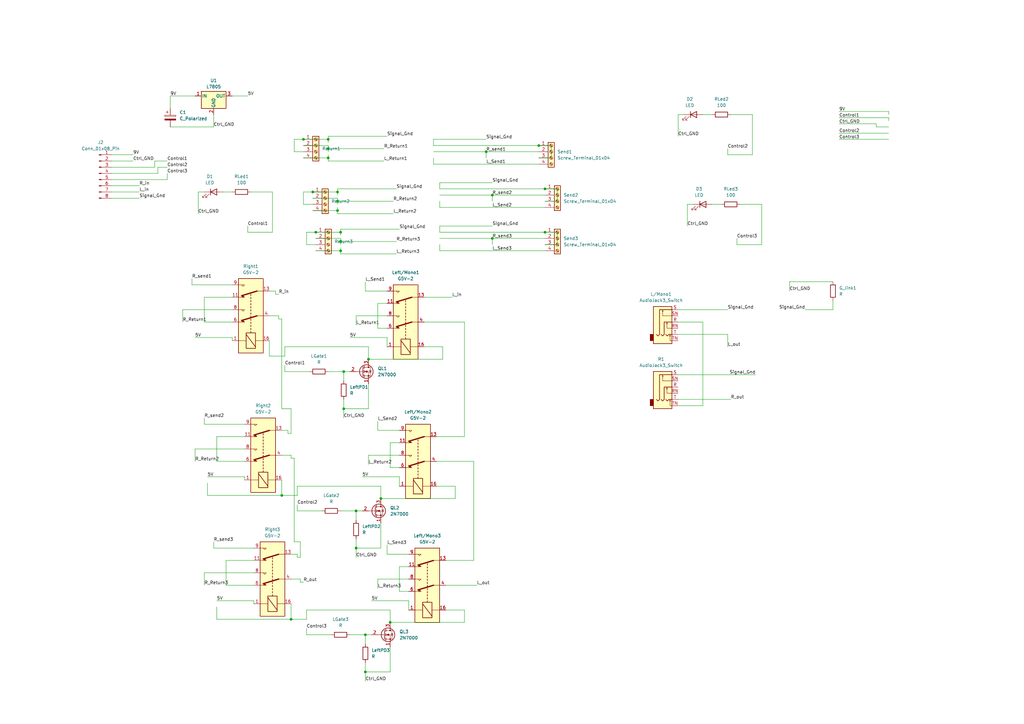
<source format=kicad_sch>
(kicad_sch (version 20230121) (generator eeschema)
  (paper "A3")
  (lib_symbols
    (symbol "Connector:Conn_01x08_Pin" (pin_names (offset 1.016) hide)
      (property "Reference" "J" (at 0 10.16 0))
      (property "Value" "Conn_01x08_Pin" (at 0 -12.7 0))
      (symbol "Conn_01x08_Pin_1_1"
        (polyline (pts (xy 1.27 -10.16) (xy 0.8636 -10.16)) (stroke (width 0.1524)))
        (polyline (pts (xy 1.27 -7.62) (xy 0.8636 -7.62)) (stroke (width 0.1524)))
        (polyline (pts (xy 1.27 -5.08) (xy 0.8636 -5.08)) (stroke (width 0.1524)))
        (polyline (pts (xy 1.27 -2.54) (xy 0.8636 -2.54)) (stroke (width 0.1524)))
        (polyline (pts (xy 1.27 0) (xy 0.8636 0)) (stroke (width 0.1524)))
        (polyline (pts (xy 1.27 2.54) (xy 0.8636 2.54)) (stroke (width 0.1524)))
        (polyline (pts (xy 1.27 5.08) (xy 0.8636 5.08)) (stroke (width 0.1524)))
        (polyline (pts (xy 1.27 7.62) (xy 0.8636 7.62)) (stroke (width 0.1524)))
        (rectangle (start 0.8636 -10.033) (end 0 -10.287) (stroke (width 0.1524)) (fill (type outline)))
        (rectangle (start 0.8636 -7.493) (end 0 -7.747) (stroke (width 0.1524)) (fill (type outline)))
        (rectangle (start 0.8636 -4.953) (end 0 -5.207) (stroke (width 0.1524)) (fill (type outline)))
        (rectangle (start 0.8636 -2.413) (end 0 -2.667) (stroke (width 0.1524)) (fill (type outline)))
        (rectangle (start 0.8636 0.127) (end 0 -0.127) (stroke (width 0.1524)) (fill (type outline)))
        (rectangle (start 0.8636 2.667) (end 0 2.413) (stroke (width 0.1524)) (fill (type outline)))
        (rectangle (start 0.8636 5.207) (end 0 4.953) (stroke (width 0.1524)) (fill (type outline)))
        (rectangle (start 0.8636 7.747) (end 0 7.493) (stroke (width 0.1524)) (fill (type outline)))
        (pin passive line (at 5.08 7.62 180) (length 3.81) (name "Pin_1") (number "1"))
        (pin passive line (at 5.08 5.08 180) (length 3.81) (name "Pin_2") (number "2"))
        (pin passive line (at 5.08 2.54 180) (length 3.81) (name "Pin_3") (number "3"))
        (pin passive line (at 5.08 0 180) (length 3.81) (name "Pin_4") (number "4"))
        (pin passive line (at 5.08 -2.54 180) (length 3.81) (name "Pin_5") (number "5"))
        (pin passive line (at 5.08 -5.08 180) (length 3.81) (name "Pin_6") (number "6"))
        (pin passive line (at 5.08 -7.62 180) (length 3.81) (name "Pin_7") (number "7"))
        (pin passive line (at 5.08 -10.16 180) (length 3.81) (name "Pin_8") (number "8"))
      )
    )
    (symbol "Connector:Screw_Terminal_01x04" (pin_names (offset 1.016) hide)
      (property "Reference" "J" (at 0 5.08 0))
      (property "Value" "Screw_Terminal_01x04" (at 0 -7.62 0))
      (symbol "Screw_Terminal_01x04_1_1"
        (rectangle (start -1.27 3.81) (end 1.27 -6.35) (stroke (width 0.254)) (fill (type background)))
        (circle (center 0 -5.08) (radius 0.635) (stroke (width 0.1524)))
        (circle (center 0 -2.54) (radius 0.635) (stroke (width 0.1524)))
        (polyline (pts (xy -0.5334 -4.7498) (xy 0.3302 -5.588)) (stroke (width 0.1524)))
        (polyline (pts (xy -0.5334 -2.2098) (xy 0.3302 -3.048)) (stroke (width 0.1524)))
        (polyline (pts (xy -0.5334 0.3302) (xy 0.3302 -0.508)) (stroke (width 0.1524)))
        (polyline (pts (xy -0.5334 2.8702) (xy 0.3302 2.032)) (stroke (width 0.1524)))
        (polyline (pts (xy -0.3556 -4.572) (xy 0.508 -5.4102)) (stroke (width 0.1524)))
        (polyline (pts (xy -0.3556 -2.032) (xy 0.508 -2.8702)) (stroke (width 0.1524)))
        (polyline (pts (xy -0.3556 0.508) (xy 0.508 -0.3302)) (stroke (width 0.1524)))
        (polyline (pts (xy -0.3556 3.048) (xy 0.508 2.2098)) (stroke (width 0.1524)))
        (circle (center 0 0) (radius 0.635) (stroke (width 0.1524)))
        (circle (center 0 2.54) (radius 0.635) (stroke (width 0.1524)))
        (pin passive line (at -5.08 2.54 0) (length 3.81) (name "Pin_1") (number "1"))
        (pin passive line (at -5.08 0 0) (length 3.81) (name "Pin_2") (number "2"))
        (pin passive line (at -5.08 -2.54 0) (length 3.81) (name "Pin_3") (number "3"))
        (pin passive line (at -5.08 -5.08 0) (length 3.81) (name "Pin_4") (number "4"))
      )
    )
    (symbol "Connector_Audio:AudioJack3_Switch"
      (property "Reference" "J" (at 0 11.43 0))
      (property "Value" "AudioJack3_Switch" (at 0 8.89 0))
      (symbol "AudioJack3_Switch_0_1"
        (rectangle (start -5.08 -5.08) (end -6.35 -7.62) (stroke (width 0.254)) (fill (type outline)))
        (polyline (pts (xy -1.27 4.826) (xy -1.016 4.318)))
        (polyline (pts (xy 0.508 -0.254) (xy 0.762 -0.762)))
        (polyline (pts (xy 1.778 -5.334) (xy 2.032 -5.842)))
        (polyline (pts (xy 0 -5.08) (xy 0.635 -5.715) (xy 1.27 -5.08) (xy 2.54 -5.08)) (stroke (width 0.254)))
        (polyline (pts (xy 2.54 -7.62) (xy 1.778 -7.62) (xy 1.778 -5.334) (xy 1.524 -5.842)))
        (polyline (pts (xy 2.54 -2.54) (xy 0.508 -2.54) (xy 0.508 -0.254) (xy 0.254 -0.762)))
        (polyline (pts (xy 2.54 2.54) (xy -1.27 2.54) (xy -1.27 4.826) (xy -1.524 4.318)))
        (polyline (pts (xy -1.905 -5.08) (xy -1.27 -5.715) (xy -0.635 -5.08) (xy -0.635 0) (xy 2.54 0)) (stroke (width 0.254)))
        (polyline (pts (xy 2.54 5.08) (xy -2.54 5.08) (xy -2.54 -5.08) (xy -3.175 -5.715) (xy -3.81 -5.08)) (stroke (width 0.254)))
        (rectangle (start 2.54 6.35) (end -5.08 -8.89) (stroke (width 0.254)) (fill (type background)))
      )
      (symbol "AudioJack3_Switch_1_1"
        (pin passive line (at 5.08 0 180) (length 2.54) (name "~") (number "R"))
        (pin passive line (at 5.08 -2.54 180) (length 2.54) (name "~") (number "RN"))
        (pin passive line (at 5.08 5.08 180) (length 2.54) (name "~") (number "S"))
        (pin passive line (at 5.08 2.54 180) (length 2.54) (name "~") (number "SN"))
        (pin passive line (at 5.08 -5.08 180) (length 2.54) (name "~") (number "T"))
        (pin passive line (at 5.08 -7.62 180) (length 2.54) (name "~") (number "TN"))
      )
    )
    (symbol "Device:C_Polarized" (pin_numbers hide) (pin_names (offset 0.254))
      (property "Reference" "C" (at 0.635 2.54 0))
      (property "Value" "C_Polarized" (at 0.635 -2.54 0))
      (symbol "C_Polarized_0_1"
        (rectangle (start -2.286 0.508) (end 2.286 1.016))
        (polyline (pts (xy -1.778 2.286) (xy -0.762 2.286)))
        (polyline (pts (xy -1.27 2.794) (xy -1.27 1.778)))
        (rectangle (start 2.286 -0.508) (end -2.286 -1.016) (fill (type outline)))
      )
      (symbol "C_Polarized_1_1"
        (pin passive line (at 0 3.81 270) (length 2.794) (name "~") (number "1"))
        (pin passive line (at 0 -3.81 90) (length 2.794) (name "~") (number "2"))
      )
    )
    (symbol "Device:LED" (pin_numbers hide) (pin_names (offset 1.016) hide)
      (property "Reference" "D" (at 0 2.54 0))
      (property "Value" "LED" (at 0 -2.54 0))
      (symbol "LED_0_1"
        (polyline (pts (xy -1.27 -1.27) (xy -1.27 1.27)) (stroke (width 0.254)))
        (polyline (pts (xy -1.27 0) (xy 1.27 0)))
        (polyline (pts (xy 1.27 -1.27) (xy 1.27 1.27) (xy -1.27 0) (xy 1.27 -1.27)) (stroke (width 0.254)))
        (polyline (pts (xy -3.048 -0.762) (xy -4.572 -2.286) (xy -3.81 -2.286) (xy -4.572 -2.286) (xy -4.572 -1.524)))
        (polyline (pts (xy -1.778 -0.762) (xy -3.302 -2.286) (xy -2.54 -2.286) (xy -3.302 -2.286) (xy -3.302 -1.524)))
      )
      (symbol "LED_1_1"
        (pin passive line (at -3.81 0 0) (length 2.54) (name "K") (number "1"))
        (pin passive line (at 3.81 0 180) (length 2.54) (name "A") (number "2"))
      )
    )
    (symbol "Device:R" (pin_numbers hide) (pin_names (offset 0))
      (property "Reference" "R" (at 2.032 0 90))
      (property "Value" "R" (at 0 0 90))
      (symbol "R_0_1"
        (rectangle (start -1.016 -2.54) (end 1.016 2.54) (stroke (width 0.254)))
      )
      (symbol "R_1_1"
        (pin passive line (at 0 3.81 270) (length 1.27) (name "~") (number "1"))
        (pin passive line (at 0 -3.81 90) (length 1.27) (name "~") (number "2"))
      )
    )
    (symbol "Regulator_Linear:L7805" (pin_names (offset 0.254))
      (property "Reference" "U" (at -3.81 3.175 0))
      (property "Value" "L7805" (at 0 3.175 0))
      (symbol "L7805_0_1"
        (rectangle (start -5.08 1.905) (end 5.08 -5.08) (stroke (width 0.254)) (fill (type background)))
      )
      (symbol "L7805_1_1"
        (pin power_in line (at -7.62 0 0) (length 2.54) (name "IN") (number "1"))
        (pin power_in line (at 0 -7.62 90) (length 2.54) (name "GND") (number "2"))
        (pin power_out line (at 7.62 0 180) (length 2.54) (name "OUT") (number "3"))
      )
    )
    (symbol "Relay:G5V-2"
      (property "Reference" "K" (at 16.51 3.81 0))
      (property "Value" "G5V-2" (at 16.51 1.27 0))
      (symbol "G5V-2_0_1"
        (rectangle (start -15.24 5.08) (end 15.24 -5.08) (stroke (width 0.254)) (fill (type background)))
        (rectangle (start -13.335 1.905) (end -6.985 -1.905) (stroke (width 0.254)))
        (polyline (pts (xy -12.7 -1.905) (xy -7.62 1.905)) (stroke (width 0.254)))
        (polyline (pts (xy -10.16 -5.08) (xy -10.16 -1.905)))
        (polyline (pts (xy -10.16 5.08) (xy -10.16 1.905)))
        (polyline (pts (xy -6.985 0) (xy -6.35 0)) (stroke (width 0.254)))
        (polyline (pts (xy -5.715 0) (xy -5.08 0)) (stroke (width 0.254)))
        (polyline (pts (xy -4.445 0) (xy -3.81 0)) (stroke (width 0.254)))
        (polyline (pts (xy -3.175 0) (xy -2.54 0)) (stroke (width 0.254)))
        (polyline (pts (xy -1.905 0) (xy -1.27 0)) (stroke (width 0.254)))
        (polyline (pts (xy -0.635 0) (xy 0 0)) (stroke (width 0.254)))
        (polyline (pts (xy 0 -2.54) (xy -1.905 3.81)) (stroke (width 0.508)))
        (polyline (pts (xy 0 -2.54) (xy 0 -5.08)))
        (polyline (pts (xy 0.635 0) (xy 1.27 0)) (stroke (width 0.254)))
        (polyline (pts (xy 1.905 0) (xy 2.54 0)) (stroke (width 0.254)))
        (polyline (pts (xy 3.175 0) (xy 3.81 0)) (stroke (width 0.254)))
        (polyline (pts (xy 4.445 0) (xy 5.08 0)) (stroke (width 0.254)))
        (polyline (pts (xy 5.715 0) (xy 6.35 0)) (stroke (width 0.254)))
        (polyline (pts (xy 6.985 0) (xy 7.62 0)) (stroke (width 0.254)))
        (polyline (pts (xy 8.255 0) (xy 8.89 0)) (stroke (width 0.254)))
        (polyline (pts (xy 10.16 -2.54) (xy 8.255 3.81)) (stroke (width 0.508)))
        (polyline (pts (xy 10.16 -2.54) (xy 10.16 -5.08)))
        (polyline (pts (xy -2.54 5.08) (xy -2.54 2.54) (xy -1.905 3.175) (xy -2.54 3.81)) (fill (type outline)))
        (polyline (pts (xy 2.54 5.08) (xy 2.54 2.54) (xy 1.905 3.175) (xy 2.54 3.81)))
        (polyline (pts (xy 7.62 5.08) (xy 7.62 2.54) (xy 8.255 3.175) (xy 7.62 3.81)) (fill (type outline)))
        (polyline (pts (xy 12.7 5.08) (xy 12.7 2.54) (xy 12.065 3.175) (xy 12.7 3.81)))
      )
      (symbol "G5V-2_1_1"
        (pin passive line (at -10.16 7.62 270) (length 2.54) (name "~") (number "1"))
        (pin passive line (at 7.62 7.62 270) (length 2.54) (name "~") (number "11"))
        (pin passive line (at 10.16 -7.62 90) (length 2.54) (name "~") (number "13"))
        (pin passive line (at -10.16 -7.62 90) (length 2.54) (name "~") (number "16"))
        (pin passive line (at 0 -7.62 90) (length 2.54) (name "~") (number "4"))
        (pin passive line (at -2.54 7.62 270) (length 2.54) (name "~") (number "6"))
        (pin passive line (at 2.54 7.62 270) (length 2.54) (name "~") (number "8"))
        (pin passive line (at 12.7 7.62 270) (length 2.54) (name "~") (number "9"))
      )
    )
    (symbol "Transistor_FET:2N7000" (pin_names hide)
      (property "Reference" "Q" (at 5.08 1.905 0))
      (property "Value" "2N7000" (at 5.08 0 0))
      (symbol "2N7000_0_1"
        (polyline (pts (xy 0.254 0) (xy -2.54 0)))
        (polyline (pts (xy 0.254 1.905) (xy 0.254 -1.905)) (stroke (width 0.254)))
        (polyline (pts (xy 0.762 -1.27) (xy 0.762 -2.286)) (stroke (width 0.254)))
        (polyline (pts (xy 0.762 0.508) (xy 0.762 -0.508)) (stroke (width 0.254)))
        (polyline (pts (xy 0.762 2.286) (xy 0.762 1.27)) (stroke (width 0.254)))
        (polyline (pts (xy 2.54 2.54) (xy 2.54 1.778)))
        (polyline (pts (xy 2.54 -2.54) (xy 2.54 0) (xy 0.762 0)))
        (polyline (pts (xy 0.762 -1.778) (xy 3.302 -1.778) (xy 3.302 1.778) (xy 0.762 1.778)))
        (polyline (pts (xy 1.016 0) (xy 2.032 0.381) (xy 2.032 -0.381) (xy 1.016 0)) (fill (type outline)))
        (polyline (pts (xy 2.794 0.508) (xy 2.921 0.381) (xy 3.683 0.381) (xy 3.81 0.254)))
        (polyline (pts (xy 3.302 0.381) (xy 2.921 -0.254) (xy 3.683 -0.254) (xy 3.302 0.381)))
        (circle (center 1.651 0) (radius 2.794) (stroke (width 0.254)))
        (circle (center 2.54 -1.778) (radius 0.254) (fill (type outline)))
        (circle (center 2.54 1.778) (radius 0.254) (fill (type outline)))
      )
      (symbol "2N7000_1_1"
        (pin passive line (at 2.54 -5.08 90) (length 2.54) (name "S") (number "1"))
        (pin input line (at -5.08 0 0) (length 2.54) (name "G") (number "2"))
        (pin passive line (at 2.54 5.08 270) (length 2.54) (name "D") (number "3"))
      )
    )
  )
  (junction (at 151.13 147.32))
  (junction (at 220.98 59.69))
  (junction (at 138.43 86.36))
  (junction (at 199.39 62.23))
  (junction (at 139.7 95.25))
  (junction (at 223.52 95.25))
  (junction (at 115.57 203.2))
  (junction (at 139.7 99.06))
  (junction (at 138.43 78.74))
  (junction (at 124.46 57.15))
  (junction (at 128.27 78.74))
  (junction (at 160.02 255.27))
  (junction (at 134.62 64.77))
  (junction (at 129.54 95.25))
  (junction (at 119.38 254))
  (junction (at 149.86 275.59))
  (junction (at 140.97 152.4))
  (junction (at 139.7 102.87))
  (junction (at 134.62 57.15))
  (junction (at 146.05 224.79))
  (junction (at 138.43 82.55))
  (junction (at 201.93 80.01))
  (junction (at 140.97 167.64))
  (junction (at 223.52 77.47))
  (junction (at 134.62 60.96))
  (junction (at 149.86 260.35))
  (junction (at 156.21 204.47))
  (junction (at 201.93 97.79))
  (junction (at 146.05 209.55))
  (wire (pts (xy 359.41 52.07) (xy 364.49 52.07)))
  (wire (pts (xy 134.62 55.88) (xy 158.75 55.88)))
  (wire (pts (xy 154.94 241.3) (xy 154.94 237.49)))
  (wire (pts (xy 156.21 204.47) (xy 156.21 199.39)))
  (wire (pts (xy 101.6 95.25) (xy 111.76 95.25)))
  (wire (pts (xy 138.43 78.74) (xy 128.27 78.74)))
  (wire (pts (xy 302.26 97.79) (xy 302.26 100.33)))
  (wire (pts (xy 140.97 152.4) (xy 140.97 156.21)))
  (wire (pts (xy 116.84 152.4) (xy 127 152.4)))
  (wire (pts (xy 182.88 240.03) (xy 195.58 240.03)))
  (wire (pts (xy 83.82 234.95) (xy 104.14 234.95)))
  (wire (pts (xy 125.73 250.19) (xy 125.73 254)))
  (wire (pts (xy 146.05 209.55) (xy 148.59 209.55)))
  (wire (pts (xy 139.7 102.87) (xy 139.7 104.14)))
  (wire (pts (xy 113.03 119.38) (xy 113.03 120.65)))
  (wire (pts (xy 154.94 237.49) (xy 167.64 237.49)))
  (wire (pts (xy 299.72 46.99) (xy 308.61 46.99)))
  (wire (pts (xy 223.52 82.55) (xy 228.6 82.55)))
  (wire (pts (xy 154.94 124.46) (xy 158.75 124.46)))
  (wire (pts (xy 68.58 73.66) (xy 68.58 71.12)))
  (wire (pts (xy 143.51 138.43) (xy 158.75 138.43)))
  (wire (pts (xy 119.38 186.69) (xy 119.38 187.96)))
  (wire (pts (xy 69.85 39.37) (xy 69.85 44.45)))
  (wire (pts (xy 116.84 149.86) (xy 116.84 152.4)))
  (wire (pts (xy 83.82 78.74) (xy 81.28 78.74)))
  (wire (pts (xy 120.65 222.25) (xy 123.19 222.25)))
  (wire (pts (xy 139.7 93.98) (xy 139.7 95.25)))
  (wire (pts (xy 139.7 104.14) (xy 162.56 104.14)))
  (wire (pts (xy 163.83 232.41) (xy 167.64 232.41)))
  (wire (pts (xy 139.7 95.25) (xy 129.54 95.25)))
  (wire (pts (xy 292.1 83.82) (xy 295.91 83.82)))
  (wire (pts (xy 284.48 83.82) (xy 281.94 83.82)))
  (wire (pts (xy 124.46 59.69) (xy 134.62 59.69)))
  (wire (pts (xy 228.6 77.47) (xy 228.6 82.55)))
  (wire (pts (xy 104.14 224.79) (xy 87.63 224.79)))
  (wire (pts (xy 177.8 67.31) (xy 177.8 64.77)))
  (wire (pts (xy 160.02 191.77) (xy 160.02 181.61)))
  (wire (pts (xy 180.34 102.87) (xy 180.34 100.33)))
  (wire (pts (xy 124.46 83.82) (xy 124.46 78.74)))
  (wire (pts (xy 190.5 255.27) (xy 190.5 250.19)))
  (wire (pts (xy 298.45 142.24) (xy 298.45 137.16)))
  (wire (pts (xy 278.13 46.99) (xy 278.13 55.88)))
  (wire (pts (xy 138.43 77.47) (xy 162.56 77.47)))
  (wire (pts (xy 160.02 265.43) (xy 160.02 275.59)))
  (wire (pts (xy 190.5 179.07) (xy 190.5 132.08)))
  (wire (pts (xy 121.92 209.55) (xy 132.08 209.55)))
  (wire (pts (xy 138.43 82.55) (xy 161.29 82.55)))
  (wire (pts (xy 45.72 63.5) (xy 54.61 63.5)))
  (wire (pts (xy 154.94 176.53) (xy 154.94 172.72)))
  (wire (pts (xy 121.92 207.01) (xy 121.92 209.55)))
  (wire (pts (xy 134.62 63.5) (xy 134.62 64.77)))
  (wire (pts (xy 138.43 78.74) (xy 138.43 80.01)))
  (wire (pts (xy 146.05 133.35) (xy 146.05 129.54)))
  (wire (pts (xy 116.84 142.24) (xy 116.84 146.05)))
  (wire (pts (xy 83.82 173.99) (xy 83.82 171.45)))
  (wire (pts (xy 134.62 59.69) (xy 134.62 60.96)))
  (wire (pts (xy 182.88 250.19) (xy 190.5 250.19)))
  (wire (pts (xy 114.3 129.54) (xy 114.3 130.81)))
  (wire (pts (xy 223.52 77.47) (xy 228.6 77.47)))
  (wire (pts (xy 228.6 95.25) (xy 228.6 100.33)))
  (wire (pts (xy 152.4 246.38) (xy 167.64 246.38)))
  (wire (pts (xy 88.9 254) (xy 119.38 254)))
  (wire (pts (xy 81.28 78.74) (xy 81.28 87.63)))
  (wire (pts (xy 125.73 257.81) (xy 125.73 260.35)))
  (wire (pts (xy 140.97 167.64) (xy 140.97 171.45)))
  (wire (pts (xy 134.62 60.96) (xy 157.48 60.96)))
  (wire (pts (xy 121.92 203.2) (xy 115.57 203.2)))
  (wire (pts (xy 180.34 92.71) (xy 180.34 95.25)))
  (wire (pts (xy 323.85 119.38) (xy 323.85 115.57)))
  (wire (pts (xy 101.6 92.71) (xy 101.6 95.25)))
  (wire (pts (xy 138.43 83.82) (xy 138.43 82.55)))
  (wire (pts (xy 163.83 242.57) (xy 163.83 232.41)))
  (wire (pts (xy 74.93 132.08) (xy 74.93 127)))
  (wire (pts (xy 138.43 86.36) (xy 128.27 86.36)))
  (wire (pts (xy 278.13 127) (xy 298.45 127)))
  (wire (pts (xy 199.39 64.77) (xy 199.39 62.23)))
  (wire (pts (xy 151.13 147.32) (xy 151.13 142.24)))
  (wire (pts (xy 180.34 85.09) (xy 223.52 85.09)))
  (wire (pts (xy 298.45 60.96) (xy 298.45 63.5)))
  (wire (pts (xy 134.62 64.77) (xy 134.62 66.04)))
  (wire (pts (xy 148.59 195.58) (xy 163.83 195.58)))
  (wire (pts (xy 95.25 132.08) (xy 83.82 132.08)))
  (wire (pts (xy 173.99 132.08) (xy 190.5 132.08)))
  (wire (pts (xy 138.43 87.63) (xy 161.29 87.63)))
  (wire (pts (xy 114.3 130.81) (xy 115.57 130.81)))
  (wire (pts (xy 134.62 62.23) (xy 134.62 60.96)))
  (wire (pts (xy 119.38 237.49) (xy 123.19 237.49)))
  (wire (pts (xy 344.17 57.15) (xy 364.49 57.15)))
  (wire (pts (xy 78.74 116.84) (xy 78.74 114.3)))
  (wire (pts (xy 120.65 57.15) (xy 124.46 57.15)))
  (wire (pts (xy 74.93 127) (xy 95.25 127)))
  (wire (pts (xy 110.49 129.54) (xy 114.3 129.54)))
  (wire (pts (xy 95.25 39.37) (xy 101.6 39.37)))
  (wire (pts (xy 173.99 142.24) (xy 181.61 142.24)))
  (wire (pts (xy 179.07 199.39) (xy 186.69 199.39)))
  (wire (pts (xy 160.02 181.61) (xy 163.83 181.61)))
  (wire (pts (xy 121.92 227.33) (xy 121.92 228.6)))
  (wire (pts (xy 110.49 119.38) (xy 113.03 119.38)))
  (wire (pts (xy 88.9 189.23) (xy 88.9 179.07)))
  (wire (pts (xy 278.13 137.16) (xy 298.45 137.16)))
  (wire (pts (xy 91.44 78.74) (xy 95.25 78.74)))
  (wire (pts (xy 156.21 214.63) (xy 156.21 224.79)))
  (wire (pts (xy 341.63 127) (xy 341.63 123.19)))
  (wire (pts (xy 45.72 73.66) (xy 68.58 73.66)))
  (wire (pts (xy 160.02 255.27) (xy 190.5 255.27)))
  (wire (pts (xy 128.27 83.82) (xy 124.46 83.82)))
  (wire (pts (xy 330.2 127) (xy 341.63 127)))
  (wire (pts (xy 80.01 189.23) (xy 80.01 184.15)))
  (wire (pts (xy 129.54 100.33) (xy 125.73 100.33)))
  (wire (pts (xy 138.43 85.09) (xy 138.43 86.36)))
  (wire (pts (xy 201.93 100.33) (xy 201.93 97.79)))
  (wire (pts (xy 163.83 191.77) (xy 160.02 191.77)))
  (wire (pts (xy 111.76 95.25) (xy 111.76 78.74)))
  (wire (pts (xy 134.62 152.4) (xy 140.97 152.4)))
  (wire (pts (xy 45.72 71.12) (xy 64.77 71.12)))
  (wire (pts (xy 163.83 195.58) (xy 163.83 199.39)))
  (wire (pts (xy 102.87 78.74) (xy 111.76 78.74)))
  (wire (pts (xy 139.7 101.6) (xy 139.7 102.87)))
  (wire (pts (xy 125.73 95.25) (xy 129.54 95.25)))
  (wire (pts (xy 179.07 179.07) (xy 190.5 179.07)))
  (wire (pts (xy 177.8 57.15) (xy 199.39 57.15)))
  (wire (pts (xy 118.11 176.53) (xy 118.11 177.8)))
  (wire (pts (xy 186.69 204.47) (xy 186.69 199.39)))
  (wire (pts (xy 344.17 50.8) (xy 359.41 50.8)))
  (wire (pts (xy 151.13 147.32) (xy 181.61 147.32)))
  (wire (pts (xy 95.25 138.43) (xy 95.25 139.7)))
  (wire (pts (xy 139.7 209.55) (xy 146.05 209.55)))
  (wire (pts (xy 154.94 134.62) (xy 154.94 124.46)))
  (wire (pts (xy 139.7 95.25) (xy 139.7 96.52)))
  (wire (pts (xy 139.7 97.79) (xy 139.7 99.06)))
  (wire (pts (xy 140.97 152.4) (xy 143.51 152.4)))
  (wire (pts (xy 220.98 64.77) (xy 226.06 64.77)))
  (wire (pts (xy 223.52 95.25) (xy 228.6 95.25)))
  (wire (pts (xy 146.05 220.98) (xy 146.05 224.79)))
  (wire (pts (xy 88.9 179.07) (xy 100.33 179.07)))
  (wire (pts (xy 45.72 66.04) (xy 54.61 66.04)))
  (wire (pts (xy 83.82 240.03) (xy 83.82 234.95)))
  (wire (pts (xy 167.64 227.33) (xy 158.75 227.33)))
  (wire (pts (xy 100.33 195.58) (xy 100.33 196.85)))
  (wire (pts (xy 364.49 48.26) (xy 364.49 49.53)))
  (wire (pts (xy 125.73 254) (xy 119.38 254)))
  (wire (pts (xy 288.29 166.37) (xy 278.13 166.37)))
  (wire (pts (xy 123.19 238.76) (xy 124.46 238.76)))
  (wire (pts (xy 149.86 260.35) (xy 149.86 264.16)))
  (wire (pts (xy 146.05 209.55) (xy 146.05 213.36)))
  (wire (pts (xy 139.7 93.98) (xy 163.83 93.98)))
  (wire (pts (xy 45.72 78.74) (xy 57.15 78.74)))
  (wire (pts (xy 116.84 142.24) (xy 151.13 142.24)))
  (wire (pts (xy 323.85 115.57) (xy 341.63 115.57)))
  (wire (pts (xy 121.92 199.39) (xy 121.92 203.2)))
  (wire (pts (xy 156.21 224.79) (xy 146.05 224.79)))
  (wire (pts (xy 119.38 167.64) (xy 119.38 177.8)))
  (wire (pts (xy 302.26 100.33) (xy 312.42 100.33)))
  (wire (pts (xy 88.9 254) (xy 88.9 248.92)))
  (wire (pts (xy 151.13 167.64) (xy 140.97 167.64)))
  (wire (pts (xy 280.67 46.99) (xy 278.13 46.99)))
  (wire (pts (xy 100.33 189.23) (xy 88.9 189.23)))
  (wire (pts (xy 364.49 45.72) (xy 364.49 46.99)))
  (wire (pts (xy 359.41 50.8) (xy 359.41 52.07)))
  (wire (pts (xy 115.57 186.69) (xy 119.38 186.69)))
  (wire (pts (xy 180.34 77.47) (xy 223.52 77.47)))
  (wire (pts (xy 151.13 190.5) (xy 151.13 186.69)))
  (wire (pts (xy 180.34 92.71) (xy 201.93 92.71)))
  (wire (pts (xy 125.73 260.35) (xy 135.89 260.35)))
  (wire (pts (xy 124.46 62.23) (xy 120.65 62.23)))
  (wire (pts (xy 226.06 59.69) (xy 226.06 64.77)))
  (wire (pts (xy 123.19 237.49) (xy 123.19 238.76)))
  (wire (pts (xy 138.43 81.28) (xy 138.43 82.55)))
  (wire (pts (xy 87.63 46.99) (xy 87.63 52.07)))
  (wire (pts (xy 80.01 184.15) (xy 100.33 184.15)))
  (wire (pts (xy 143.51 260.35) (xy 149.86 260.35)))
  (wire (pts (xy 180.34 74.93) (xy 180.34 77.47)))
  (wire (pts (xy 85.09 203.2) (xy 115.57 203.2)))
  (wire (pts (xy 180.34 74.93) (xy 201.93 74.93)))
  (wire (pts (xy 128.27 81.28) (xy 138.43 81.28)))
  (wire (pts (xy 68.58 66.04) (xy 63.5 66.04)))
  (wire (pts (xy 83.82 132.08) (xy 83.82 121.92)))
  (wire (pts (xy 138.43 77.47) (xy 138.43 78.74)))
  (wire (pts (xy 134.62 57.15) (xy 124.46 57.15)))
  (wire (pts (xy 344.17 45.72) (xy 364.49 45.72)))
  (wire (pts (xy 92.71 240.03) (xy 92.71 229.87)))
  (wire (pts (xy 223.52 100.33) (xy 228.6 100.33)))
  (wire (pts (xy 160.02 275.59) (xy 149.86 275.59)))
  (wire (pts (xy 125.73 250.19) (xy 160.02 250.19)))
  (wire (pts (xy 167.64 246.38) (xy 167.64 250.19)))
  (wire (pts (xy 180.34 102.87) (xy 223.52 102.87)))
  (wire (pts (xy 298.45 63.5) (xy 308.61 63.5)))
  (wire (pts (xy 63.5 66.04) (xy 63.5 68.58)))
  (wire (pts (xy 115.57 176.53) (xy 118.11 176.53)))
  (wire (pts (xy 201.93 97.79) (xy 223.52 97.79)))
  (wire (pts (xy 149.86 275.59) (xy 149.86 279.4)))
  (wire (pts (xy 156.21 204.47) (xy 186.69 204.47)))
  (wire (pts (xy 201.93 82.55) (xy 201.93 80.01)))
  (wire (pts (xy 115.57 196.85) (xy 115.57 203.2)))
  (wire (pts (xy 125.73 100.33) (xy 125.73 95.25)))
  (wire (pts (xy 80.01 138.43) (xy 95.25 138.43)))
  (wire (pts (xy 64.77 68.58) (xy 68.58 68.58)))
  (wire (pts (xy 121.92 199.39) (xy 156.21 199.39)))
  (wire (pts (xy 180.34 95.25) (xy 223.52 95.25)))
  (wire (pts (xy 201.93 80.01) (xy 223.52 80.01)))
  (wire (pts (xy 220.98 59.69) (xy 226.06 59.69)))
  (wire (pts (xy 134.62 57.15) (xy 134.62 58.42)))
  (wire (pts (xy 45.72 76.2) (xy 57.15 76.2)))
  (wire (pts (xy 146.05 224.79) (xy 146.05 228.6)))
  (wire (pts (xy 163.83 176.53) (xy 154.94 176.53)))
  (wire (pts (xy 177.8 62.23) (xy 199.39 62.23)))
  (wire (pts (xy 104.14 246.38) (xy 104.14 247.65)))
  (wire (pts (xy 177.8 67.31) (xy 220.98 67.31)))
  (wire (pts (xy 88.9 246.38) (xy 104.14 246.38)))
  (wire (pts (xy 129.54 97.79) (xy 139.7 97.79)))
  (wire (pts (xy 104.14 240.03) (xy 92.71 240.03)))
  (wire (pts (xy 278.13 163.83) (xy 299.72 163.83)))
  (wire (pts (xy 124.46 78.74) (xy 128.27 78.74)))
  (wire (pts (xy 344.17 54.61) (xy 364.49 54.61)))
  (wire (pts (xy 180.34 97.79) (xy 201.93 97.79)))
  (wire (pts (xy 87.63 224.79) (xy 87.63 222.25)))
  (wire (pts (xy 182.88 229.87) (xy 194.31 229.87)))
  (wire (pts (xy 303.53 83.82) (xy 312.42 83.82)))
  (wire (pts (xy 281.94 83.82) (xy 281.94 92.71)))
  (wire (pts (xy 119.38 187.96) (xy 120.65 187.96)))
  (wire (pts (xy 177.8 59.69) (xy 220.98 59.69)))
  (wire (pts (xy 92.71 229.87) (xy 104.14 229.87)))
  (wire (pts (xy 151.13 186.69) (xy 163.83 186.69)))
  (wire (pts (xy 158.75 119.38) (xy 149.86 119.38)))
  (wire (pts (xy 158.75 134.62) (xy 154.94 134.62)))
  (wire (pts (xy 140.97 163.83) (xy 140.97 167.64)))
  (wire (pts (xy 151.13 157.48) (xy 151.13 167.64)))
  (wire (pts (xy 110.49 139.7) (xy 110.49 146.05)))
  (wire (pts (xy 134.62 64.77) (xy 124.46 64.77)))
  (wire (pts (xy 149.86 271.78) (xy 149.86 275.59)))
  (wire (pts (xy 181.61 147.32) (xy 181.61 142.24)))
  (wire (pts (xy 69.85 39.37) (xy 80.01 39.37)))
  (wire (pts (xy 120.65 62.23) (xy 120.65 57.15)))
  (wire (pts (xy 119.38 227.33) (xy 121.92 227.33)))
  (wire (pts (xy 158.75 138.43) (xy 158.75 142.24)))
  (wire (pts (xy 118.11 177.8) (xy 119.38 177.8)))
  (wire (pts (xy 139.7 99.06) (xy 162.56 99.06)))
  (wire (pts (xy 199.39 62.23) (xy 220.98 62.23)))
  (wire (pts (xy 149.86 119.38) (xy 149.86 115.57)))
  (wire (pts (xy 45.72 81.28) (xy 57.15 81.28)))
  (wire (pts (xy 139.7 100.33) (xy 139.7 99.06)))
  (wire (pts (xy 116.84 146.05) (xy 110.49 146.05)))
  (wire (pts (xy 85.09 195.58) (xy 100.33 195.58)))
  (wire (pts (xy 138.43 86.36) (xy 138.43 87.63)))
  (wire (pts (xy 180.34 80.01) (xy 201.93 80.01)))
  (wire (pts (xy 308.61 63.5) (xy 308.61 46.99)))
  (wire (pts (xy 115.57 167.64) (xy 119.38 167.64)))
  (wire (pts (xy 95.25 116.84) (xy 78.74 116.84)))
  (wire (pts (xy 177.8 57.15) (xy 177.8 59.69)))
  (wire (pts (xy 63.5 68.58) (xy 45.72 68.58)))
  (wire (pts (xy 278.13 132.08) (xy 288.29 132.08)))
  (wire (pts (xy 123.19 222.25) (xy 123.19 228.6)))
  (wire (pts (xy 312.42 100.33) (xy 312.42 83.82)))
  (wire (pts (xy 160.02 255.27) (xy 160.02 250.19)))
  (wire (pts (xy 158.75 227.33) (xy 158.75 223.52)))
  (wire (pts (xy 119.38 247.65) (xy 119.38 254)))
  (wire (pts (xy 85.09 203.2) (xy 85.09 198.12)))
  (wire (pts (xy 134.62 55.88) (xy 134.62 57.15)))
  (wire (pts (xy 167.64 242.57) (xy 163.83 242.57)))
  (wire (pts (xy 179.07 189.23) (xy 194.31 189.23)))
  (wire (pts (xy 121.92 228.6) (xy 123.19 228.6)))
  (wire (pts (xy 83.82 121.92) (xy 95.25 121.92)))
  (wire (pts (xy 344.17 48.26) (xy 364.49 48.26)))
  (wire (pts (xy 288.29 46.99) (xy 292.1 46.99)))
  (wire (pts (xy 134.62 66.04) (xy 157.48 66.04)))
  (wire (pts (xy 120.65 187.96) (xy 120.65 222.25)))
  (wire (pts (xy 149.86 260.35) (xy 152.4 260.35)))
  (wire (pts (xy 180.34 85.09) (xy 180.34 82.55)))
  (wire (pts (xy 278.13 153.67) (xy 309.88 153.67)))
  (wire (pts (xy 173.99 121.92) (xy 185.42 121.92)))
  (wire (pts (xy 100.33 173.99) (xy 83.82 173.99)))
  (wire (pts (xy 115.57 130.81) (xy 115.57 167.64)))
  (wire (pts (xy 194.31 229.87) (xy 194.31 189.23)))
  (wire (pts (xy 64.77 71.12) (xy 64.77 68.58)))
  (wire (pts (xy 69.85 52.07) (xy 87.63 52.07)))
  (wire (pts (xy 288.29 132.08) (xy 288.29 166.37)))
  (wire (pts (xy 139.7 102.87) (xy 129.54 102.87)))
  (wire (pts (xy 146.05 129.54) (xy 158.75 129.54)))
  (wire (pts (xy 113.03 120.65) (xy 114.3 120.65)))
  (label "Control3" (at 125.73 257.81 0))
  (label "5V" (at 101.6 39.37 0))
  (label "Ctrl_GND" (at 54.61 66.04 0))
  (label "R_Return2" (at 80.01 189.23 0))
  (label "L_Return1" (at 146.05 133.35 0))
  (label "R_Return1" (at 74.93 132.08 0))
  (label "Ctrl_GND" (at 146.05 228.6 0))
  (label "L_Return3" (at 162.56 104.14 0))
  (label "L_Send2" (at 201.93 85.09 0))
  (label "L_out" (at 195.58 240.03 0))
  (label "R_send1" (at 199.39 62.23 0))
  (label "5V" (at 85.09 195.58 0))
  (label "Control2" (at 298.45 60.96 0))
  (label "L_in" (at 57.15 78.74 0))
  (label "Control1" (at 101.6 92.71 0))
  (label "Signal_Gnd" (at 199.39 57.15 0))
  (label "Signal_Gnd" (at 298.45 127 0))
  (label "Control3" (at 344.17 57.15 0))
  (label "R_send3" (at 87.63 222.25 0))
  (label "Ctrl_GND" (at 87.63 52.07 0))
  (label "5V" (at 143.51 138.43 0))
  (label "R_send3" (at 201.93 97.79 0))
  (label "Signal_Gnd" (at 162.56 77.47 0))
  (label "R_out" (at 124.46 238.76 0))
  (label "Ctrl_GND" (at 140.97 171.45 0))
  (label "R_send2" (at 83.82 171.45 0))
  (label "Signal_Gnd" (at 201.93 74.93 0))
  (label "L_Send3" (at 201.93 102.87 0))
  (label "9V" (at 54.61 63.5 0))
  (label "R_Return3" (at 162.56 99.06 0))
  (label "L_out" (at 298.45 142.24 0))
  (label "9V" (at 69.85 39.37 0))
  (label "Control3" (at 302.26 97.79 0))
  (label "Control2" (at 121.92 207.01 0))
  (label "L_Send2" (at 154.94 172.72 0))
  (label "5V" (at 148.59 195.58 0))
  (label "R_in" (at 57.15 76.2 0))
  (label "L_Return3" (at 154.94 241.3 0))
  (label "5V" (at 80.01 138.43 0))
  (label "Control2" (at 68.58 68.58 0))
  (label "Signal_Gnd" (at 57.15 81.28 0))
  (label "Control1" (at 68.58 66.04 0))
  (label "Control1" (at 344.17 48.26 0))
  (label "R_send1" (at 78.74 114.3 0))
  (label "L_Return1" (at 157.48 66.04 0))
  (label "Ctrl_GND" (at 149.86 279.4 0))
  (label "Control2" (at 344.17 54.61 0))
  (label "Ctrl_GND" (at 81.28 87.63 0))
  (label "5V" (at 152.4 246.38 0))
  (label "L_in" (at 185.42 121.92 0))
  (label "Signal_Gnd" (at 163.83 93.98 0))
  (label "R_Return3" (at 83.82 240.03 0))
  (label "R_in" (at 114.3 120.65 0))
  (label "L_Return2" (at 161.29 87.63 0))
  (label "R_send2" (at 201.93 80.01 0))
  (label "Control3" (at 68.58 71.12 0))
  (label "Ctrl_GND" (at 278.13 55.88 0))
  (label "Ctrl_GND" (at 344.17 50.8 0))
  (label "L_Send3" (at 158.75 223.52 0))
  (label "Ctrl_GND" (at 323.85 119.38 0))
  (label "L_Return2" (at 151.13 190.5 0))
  (label "Signal_Gnd" (at 309.88 153.67 180))
  (label "Control1" (at 116.84 149.86 0))
  (label "L_Send1" (at 199.39 67.31 0))
  (label "Ctrl_GND" (at 281.94 92.71 0))
  (label "Signal_Gnd" (at 201.93 92.71 0))
  (label "9V" (at 344.17 45.72 0))
  (label "5V" (at 88.9 246.38 0))
  (label "Signal_Gnd" (at 158.75 55.88 0))
  (label "R_out" (at 299.72 163.83 0))
  (label "Signal_Gnd" (at 330.2 127 180))
  (label "L_Send1" (at 149.86 115.57 0))
  (label "R_Return2" (at 161.29 82.55 0))
  (label "R_Return1" (at 157.48 60.96 0))
  (symbol (lib_id "Device:R") (at 299.72 83.82 270) (unit 1)
    (property "Reference" "RLed3" (at 299.72 77.47 90))
    (property "Value" "100" (at 299.72 80.01 90))
    (property "Footprint" "Resistor_THT:R_Axial_DIN0207_L6.3mm_D2.5mm_P7.62mm_Horizontal" (effects hide))
  )
  (symbol (lib_id "Connector:Screw_Terminal_01x04") (at 228.6 80.01 0) (unit 1)
    (property "Reference" "Send2" (at 231.14 80.01 0) (effects (justify left)))
    (property "Value" "Screw_Terminal_01x04" (at 231.14 82.55 0) (effects (justify left)))
    (property "Footprint" "TB001_500_04BE:CUI_TB001-500-04BE" (effects hide))
  )
  (symbol (lib_id "Device:LED") (at 87.63 78.74 0) (unit 1)
    (property "Reference" "D1" (at 86.0425 72.39 0))
    (property "Value" "LED" (at 86.0425 74.93 0))
    (property "Footprint" "LED_THT:LED_D5.0mm" (effects hide))
  )
  (symbol (lib_id "Relay:G5V-2") (at 102.87 129.54 90) (unit 1)
    (property "Reference" "Right1" (at 102.87 109.22 90))
    (property "Value" "G5V-2" (at 102.87 111.76 90))
    (property "Footprint" "Relay_THT:Relay_DPDT_Omron_G5V-2" (effects hide))
    (property "Datasheet" "http://omronfs.omron.com/en_US/ecb/products/pdf/en-g5v_2.pdf" (effects hide))
  )
  (symbol (lib_id "Transistor_FET:2N7000") (at 157.48 260.35 0) (unit 1)
    (property "Reference" "QL3" (at 163.83 259.08 0) (effects (justify left)))
    (property "Value" "2N7000" (at 163.83 261.62 0) (effects (justify left)))
    (property "Footprint" "Package_TO_SOT_THT:TO-92_Inline" (effects hide))
    (property "Datasheet" "https://www.vishay.com/docs/70226/70226.pdf" (effects hide))
  )
  (symbol (lib_id "Relay:G5V-2") (at 111.76 237.49 90) (unit 1)
    (property "Reference" "Right3" (at 111.76 217.17 90))
    (property "Value" "G5V-2" (at 111.76 219.71 90))
    (property "Footprint" "Relay_THT:Relay_DPDT_Omron_G5V-2" (effects hide))
    (property "Datasheet" "http://omronfs.omron.com/en_US/ecb/products/pdf/en-g5v_2.pdf" (effects hide))
  )
  (symbol (lib_id "Connector:Screw_Terminal_01x04") (at 226.06 62.23 0) (unit 1)
    (property "Reference" "Send1" (at 228.6 62.23 0) (effects (justify left)))
    (property "Value" "Screw_Terminal_01x04" (at 228.6 64.77 0) (effects (justify left)))
    (property "Footprint" "TB001_500_04BE:CUI_TB001-500-04BE" (effects hide))
  )
  (symbol (lib_id "Device:R") (at 149.86 267.97 0) (unit 1)
    (property "Reference" "LeftPD3" (at 152.4 266.7 0) (effects (justify left)))
    (property "Value" "R" (at 152.4 269.24 0) (effects (justify left)))
    (property "Footprint" "Resistor_THT:R_Axial_DIN0207_L6.3mm_D2.5mm_P7.62mm_Horizontal" (effects hide))
  )
  (symbol (lib_id "Device:R") (at 130.81 152.4 90) (unit 1)
    (property "Reference" "LGate1" (at 130.81 146.05 90))
    (property "Value" "R" (at 130.81 148.59 90))
    (property "Footprint" "Resistor_THT:R_Axial_DIN0207_L6.3mm_D2.5mm_P7.62mm_Horizontal" (effects hide))
  )
  (symbol (lib_id "Device:C_Polarized") (at 69.85 48.26 0) (unit 1)
    (property "Reference" "C1" (at 73.66 46.101 0) (effects (justify left)))
    (property "Value" "C_Polarized" (at 73.66 48.641 0) (effects (justify left)))
    (property "Footprint" "Capacitor_THT:CP_Radial_D10.0mm_P3.50mm" (effects hide))
  )
  (symbol (lib_id "Device:R") (at 146.05 217.17 0) (unit 1)
    (property "Reference" "LeftPD2" (at 148.59 215.9 0) (effects (justify left)))
    (property "Value" "R" (at 148.59 218.44 0) (effects (justify left)))
    (property "Footprint" "Resistor_THT:R_Axial_DIN0207_L6.3mm_D2.5mm_P7.62mm_Horizontal" (effects hide))
  )
  (symbol (lib_id "Device:R") (at 140.97 160.02 0) (unit 1)
    (property "Reference" "LeftPD1" (at 143.51 158.75 0) (effects (justify left)))
    (property "Value" "R" (at 143.51 161.29 0) (effects (justify left)))
    (property "Footprint" "Resistor_THT:R_Axial_DIN0207_L6.3mm_D2.5mm_P7.62mm_Horizontal" (effects hide))
  )
  (symbol (lib_id "Relay:G5V-2") (at 171.45 189.23 90) (unit 1)
    (property "Reference" "Left/Mono2" (at 171.45 168.91 90))
    (property "Value" "G5V-2" (at 171.45 171.45 90))
    (property "Footprint" "Relay_THT:Relay_DPDT_Omron_G5V-2" (effects hide))
    (property "Datasheet" "http://omronfs.omron.com/en_US/ecb/products/pdf/en-g5v_2.pdf" (effects hide))
  )
  (symbol (lib_id "Connector:Screw_Terminal_01x04") (at 129.54 59.69 0) (unit 1)
    (property "Reference" "Return1" (at 132.08 60.96 0) (effects (justify left)))
    (property "Value" "Screw_Terminal_01x04" (effects hide))
    (property "Footprint" "TB001_500_04BE:CUI_TB001-500-04BE" (effects hide))
  )
  (symbol (lib_id "Relay:G5V-2") (at 107.95 186.69 90) (unit 1)
    (property "Reference" "Right2" (at 107.95 166.37 90))
    (property "Value" "G5V-2" (at 107.95 168.91 90))
    (property "Footprint" "Relay_THT:Relay_DPDT_Omron_G5V-2" (effects hide))
    (property "Datasheet" "http://omronfs.omron.com/en_US/ecb/products/pdf/en-g5v_2.pdf" (effects hide))
  )
  (symbol (lib_id "Device:R") (at 135.89 209.55 90) (unit 1)
    (property "Reference" "LGate2" (at 135.89 203.2 90))
    (property "Value" "R" (at 135.89 205.74 90))
    (property "Footprint" "Resistor_THT:R_Axial_DIN0207_L6.3mm_D2.5mm_P7.62mm_Horizontal" (effects hide))
  )
  (symbol (lib_id "Device:R") (at 295.91 46.99 270) (unit 1)
    (property "Reference" "RLed2" (at 295.91 40.64 90))
    (property "Value" "100" (at 295.91 43.18 90))
    (property "Footprint" "Resistor_THT:R_Axial_DIN0207_L6.3mm_D2.5mm_P7.62mm_Horizontal" (effects hide))
  )
  (symbol (lib_id "Connector:Conn_01x08_Pin") (at 40.64 71.12 0) (unit 1)
    (property "Reference" "J2" (at 41.275 58.42 0))
    (property "Value" "Conn_01x08_Pin" (at 41.275 60.96 0))
    (property "Footprint" "Connector_PinSocket_2.54mm:PinSocket_1x08_P2.54mm_Vertical" (effects hide))
  )
  (symbol (lib_id "Device:R") (at 139.7 260.35 90) (unit 1)
    (property "Reference" "LGate3" (at 139.7 254 90))
    (property "Value" "R" (at 139.7 256.54 90))
    (property "Footprint" "Resistor_THT:R_Axial_DIN0207_L6.3mm_D2.5mm_P7.62mm_Horizontal" (effects hide))
  )
  (symbol (lib_id "Device:LED") (at 288.29 83.82 0) (unit 1)
    (property "Reference" "D3" (at 286.7025 77.47 0))
    (property "Value" "LED" (at 286.7025 80.01 0))
    (property "Footprint" "LED_THT:LED_D5.0mm" (effects hide))
  )
  (symbol (lib_id "Connector_Audio:AudioJack3_Switch") (at 273.05 132.08 0) (unit 1)
    (property "Reference" "L/Mono1" (at 271.145 120.65 0))
    (property "Value" "AudioJack3_Switch" (at 271.145 123.19 0))
    (property "Footprint" "Connector_Audio:Jack_6.35mm_Neutrik_NMJ6HCD2_Horizontal" (effects hide))
  )
  (symbol (lib_id "Connector:Screw_Terminal_01x04") (at 134.62 97.79 0) (unit 1)
    (property "Reference" "Return3" (at 137.16 99.06 0) (effects (justify left)))
    (property "Value" "Screw_Terminal_01x04" (effects hide))
    (property "Footprint" "TB001_500_04BE:CUI_TB001-500-04BE" (effects hide))
  )
  (symbol (lib_id "Transistor_FET:2N7000") (at 148.59 152.4 0) (unit 1)
    (property "Reference" "QL1" (at 154.94 151.13 0) (effects (justify left)))
    (property "Value" "2N7000" (at 154.94 153.67 0) (effects (justify left)))
    (property "Footprint" "Package_TO_SOT_THT:TO-92_Inline" (effects hide))
    (property "Datasheet" "https://www.vishay.com/docs/70226/70226.pdf" (effects hide))
  )
  (symbol (lib_id "Transistor_FET:2N7000") (at 153.67 209.55 0) (unit 1)
    (property "Reference" "QL2" (at 160.02 208.28 0) (effects (justify left)))
    (property "Value" "2N7000" (at 160.02 210.82 0) (effects (justify left)))
    (property "Footprint" "Package_TO_SOT_THT:TO-92_Inline" (effects hide))
    (property "Datasheet" "https://www.vishay.com/docs/70226/70226.pdf" (effects hide))
  )
  (symbol (lib_id "Connector_Audio:AudioJack3_Switch") (at 273.05 158.75 0) (unit 1)
    (property "Reference" "R1" (at 271.145 147.32 0))
    (property "Value" "AudioJack3_Switch" (at 271.145 149.86 0))
    (property "Footprint" "Connector_Audio:Jack_6.35mm_Neutrik_NMJ6HCD2_Horizontal" (effects hide))
  )
  (symbol (lib_id "Relay:G5V-2") (at 166.37 132.08 90) (unit 1)
    (property "Reference" "Left/Mono1" (at 166.37 111.76 90))
    (property "Value" "G5V-2" (at 166.37 114.3 90))
    (property "Footprint" "Relay_THT:Relay_DPDT_Omron_G5V-2" (effects hide))
    (property "Datasheet" "http://omronfs.omron.com/en_US/ecb/products/pdf/en-g5v_2.pdf" (effects hide))
  )
  (symbol (lib_id "Device:R") (at 341.63 119.38 0) (unit 1)
    (property "Reference" "G_link1" (at 344.17 118.11 0) (effects (justify left)))
    (property "Value" "R" (at 344.17 120.65 0) (effects (justify left)))
    (property "Footprint" "Resistor_SMD:R_0805_2012Metric" (effects hide))
  )
  (symbol (lib_id "Regulator_Linear:L7805") (at 87.63 39.37 0) (unit 1)
    (property "Reference" "U1" (at 87.63 33.02 0))
    (property "Value" "L7805" (at 87.63 35.56 0))
    (property "Footprint" "Package_TO_SOT_THT:TO-220-3_Vertical" (effects hide))
    (property "Datasheet" "http://www.st.com/content/ccc/resource/technical/document/datasheet/41/4f/b3/b0/12/d4/47/88/CD00000444.pdf/files/CD00000444.pdf/jcr:content/translations/en.CD00000444.pdf" (effects hide))
  )
  (symbol (lib_id "Relay:G5V-2") (at 175.26 240.03 90) (unit 1)
    (property "Reference" "Left/Mono3" (at 175.26 219.71 90))
    (property "Value" "G5V-2" (at 175.26 222.25 90))
    (property "Footprint" "Relay_THT:Relay_DPDT_Omron_G5V-2" (effects hide))
    (property "Datasheet" "http://omronfs.omron.com/en_US/ecb/products/pdf/en-g5v_2.pdf" (effects hide))
  )
  (symbol (lib_id "Device:LED") (at 284.48 46.99 0) (unit 1)
    (property "Reference" "D2" (at 282.8925 40.64 0))
    (property "Value" "LED" (at 282.8925 43.18 0))
    (property "Footprint" "LED_THT:LED_D5.0mm" (effects hide))
  )
  (symbol (lib_id "Connector:Screw_Terminal_01x04") (at 228.6 97.79 0) (unit 1)
    (property "Reference" "Send3" (at 231.14 97.79 0) (effects (justify left)))
    (property "Value" "Screw_Terminal_01x04" (at 231.14 100.33 0) (effects (justify left)))
    (property "Footprint" "TB001_500_04BE:CUI_TB001-500-04BE" (effects hide))
  )
  (symbol (lib_id "Connector:Screw_Terminal_01x04") (at 133.35 81.28 0) (unit 1)
    (property "Reference" "Return2" (at 135.89 82.55 0) (effects (justify left)))
    (property "Value" "Screw_Terminal_01x04" (effects hide))
    (property "Footprint" "TB001_500_04BE:CUI_TB001-500-04BE" (effects hide))
  )
  (symbol (lib_id "Device:R") (at 99.06 78.74 270) (unit 1)
    (property "Reference" "RLed1" (at 99.06 72.39 90))
    (property "Value" "100" (at 99.06 74.93 90))
    (property "Footprint" "Resistor_THT:R_Axial_DIN0207_L6.3mm_D2.5mm_P7.62mm_Horizontal" (effects hide))
  )
)
</source>
